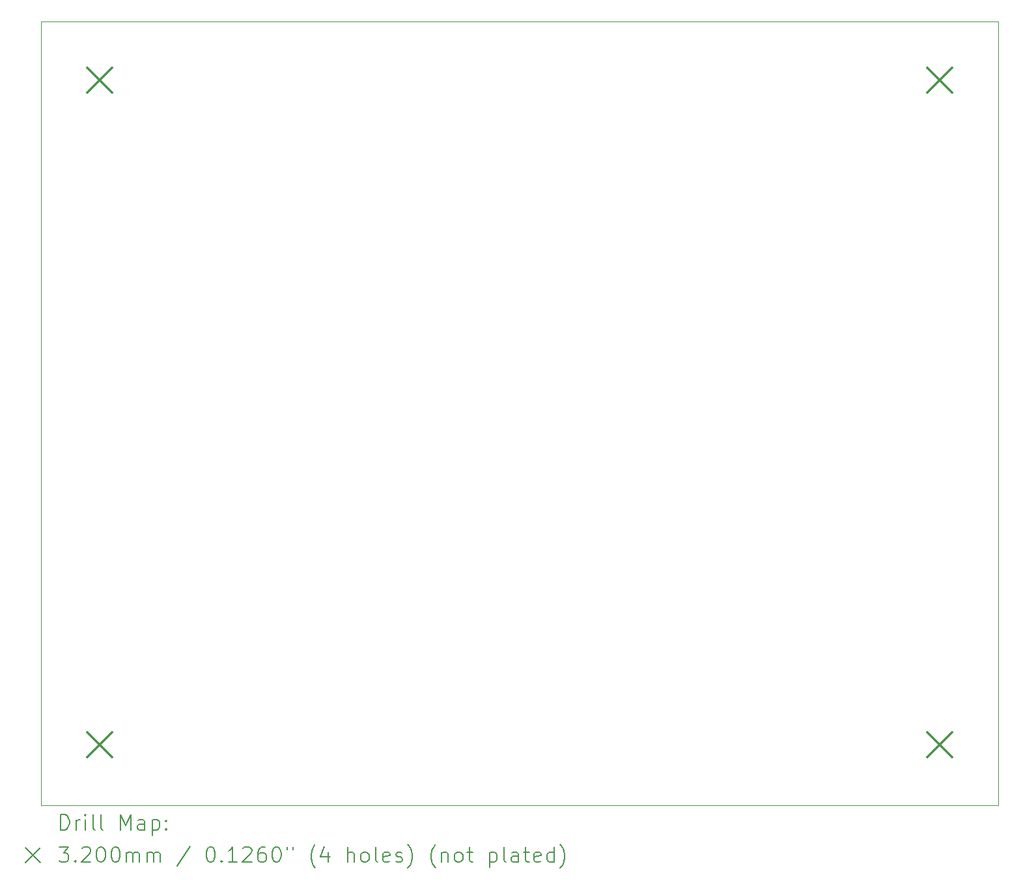
<source format=gbr>
%TF.GenerationSoftware,KiCad,Pcbnew,7.0.10*%
%TF.CreationDate,2024-01-17T15:02:14-08:00*%
%TF.ProjectId,P1.2,50312e32-2e6b-4696-9361-645f70636258,rev?*%
%TF.SameCoordinates,Original*%
%TF.FileFunction,Drillmap*%
%TF.FilePolarity,Positive*%
%FSLAX45Y45*%
G04 Gerber Fmt 4.5, Leading zero omitted, Abs format (unit mm)*
G04 Created by KiCad (PCBNEW 7.0.10) date 2024-01-17 15:02:14*
%MOMM*%
%LPD*%
G01*
G04 APERTURE LIST*
%ADD10C,0.100000*%
%ADD11C,0.200000*%
%ADD12C,0.320000*%
G04 APERTURE END LIST*
D10*
X7620000Y-5080000D02*
X20066000Y-5080000D01*
X20066000Y-15265400D01*
X7620000Y-15265400D01*
X7620000Y-5080000D01*
D11*
D12*
X8222000Y-5682000D02*
X8542000Y-6002000D01*
X8542000Y-5682000D02*
X8222000Y-6002000D01*
X8222000Y-14318000D02*
X8542000Y-14638000D01*
X8542000Y-14318000D02*
X8222000Y-14638000D01*
X19144000Y-5682000D02*
X19464000Y-6002000D01*
X19464000Y-5682000D02*
X19144000Y-6002000D01*
X19144000Y-14318000D02*
X19464000Y-14638000D01*
X19464000Y-14318000D02*
X19144000Y-14638000D01*
D11*
X7875777Y-15581884D02*
X7875777Y-15381884D01*
X7875777Y-15381884D02*
X7923396Y-15381884D01*
X7923396Y-15381884D02*
X7951967Y-15391408D01*
X7951967Y-15391408D02*
X7971015Y-15410455D01*
X7971015Y-15410455D02*
X7980539Y-15429503D01*
X7980539Y-15429503D02*
X7990062Y-15467598D01*
X7990062Y-15467598D02*
X7990062Y-15496169D01*
X7990062Y-15496169D02*
X7980539Y-15534265D01*
X7980539Y-15534265D02*
X7971015Y-15553312D01*
X7971015Y-15553312D02*
X7951967Y-15572360D01*
X7951967Y-15572360D02*
X7923396Y-15581884D01*
X7923396Y-15581884D02*
X7875777Y-15581884D01*
X8075777Y-15581884D02*
X8075777Y-15448550D01*
X8075777Y-15486646D02*
X8085301Y-15467598D01*
X8085301Y-15467598D02*
X8094824Y-15458074D01*
X8094824Y-15458074D02*
X8113872Y-15448550D01*
X8113872Y-15448550D02*
X8132920Y-15448550D01*
X8199586Y-15581884D02*
X8199586Y-15448550D01*
X8199586Y-15381884D02*
X8190062Y-15391408D01*
X8190062Y-15391408D02*
X8199586Y-15400931D01*
X8199586Y-15400931D02*
X8209110Y-15391408D01*
X8209110Y-15391408D02*
X8199586Y-15381884D01*
X8199586Y-15381884D02*
X8199586Y-15400931D01*
X8323396Y-15581884D02*
X8304348Y-15572360D01*
X8304348Y-15572360D02*
X8294824Y-15553312D01*
X8294824Y-15553312D02*
X8294824Y-15381884D01*
X8428158Y-15581884D02*
X8409110Y-15572360D01*
X8409110Y-15572360D02*
X8399586Y-15553312D01*
X8399586Y-15553312D02*
X8399586Y-15381884D01*
X8656729Y-15581884D02*
X8656729Y-15381884D01*
X8656729Y-15381884D02*
X8723396Y-15524741D01*
X8723396Y-15524741D02*
X8790063Y-15381884D01*
X8790063Y-15381884D02*
X8790063Y-15581884D01*
X8971015Y-15581884D02*
X8971015Y-15477122D01*
X8971015Y-15477122D02*
X8961491Y-15458074D01*
X8961491Y-15458074D02*
X8942444Y-15448550D01*
X8942444Y-15448550D02*
X8904348Y-15448550D01*
X8904348Y-15448550D02*
X8885301Y-15458074D01*
X8971015Y-15572360D02*
X8951967Y-15581884D01*
X8951967Y-15581884D02*
X8904348Y-15581884D01*
X8904348Y-15581884D02*
X8885301Y-15572360D01*
X8885301Y-15572360D02*
X8875777Y-15553312D01*
X8875777Y-15553312D02*
X8875777Y-15534265D01*
X8875777Y-15534265D02*
X8885301Y-15515217D01*
X8885301Y-15515217D02*
X8904348Y-15505693D01*
X8904348Y-15505693D02*
X8951967Y-15505693D01*
X8951967Y-15505693D02*
X8971015Y-15496169D01*
X9066253Y-15448550D02*
X9066253Y-15648550D01*
X9066253Y-15458074D02*
X9085301Y-15448550D01*
X9085301Y-15448550D02*
X9123396Y-15448550D01*
X9123396Y-15448550D02*
X9142444Y-15458074D01*
X9142444Y-15458074D02*
X9151967Y-15467598D01*
X9151967Y-15467598D02*
X9161491Y-15486646D01*
X9161491Y-15486646D02*
X9161491Y-15543788D01*
X9161491Y-15543788D02*
X9151967Y-15562836D01*
X9151967Y-15562836D02*
X9142444Y-15572360D01*
X9142444Y-15572360D02*
X9123396Y-15581884D01*
X9123396Y-15581884D02*
X9085301Y-15581884D01*
X9085301Y-15581884D02*
X9066253Y-15572360D01*
X9247205Y-15562836D02*
X9256729Y-15572360D01*
X9256729Y-15572360D02*
X9247205Y-15581884D01*
X9247205Y-15581884D02*
X9237682Y-15572360D01*
X9237682Y-15572360D02*
X9247205Y-15562836D01*
X9247205Y-15562836D02*
X9247205Y-15581884D01*
X9247205Y-15458074D02*
X9256729Y-15467598D01*
X9256729Y-15467598D02*
X9247205Y-15477122D01*
X9247205Y-15477122D02*
X9237682Y-15467598D01*
X9237682Y-15467598D02*
X9247205Y-15458074D01*
X9247205Y-15458074D02*
X9247205Y-15477122D01*
X7415000Y-15810400D02*
X7615000Y-16010400D01*
X7615000Y-15810400D02*
X7415000Y-16010400D01*
X7856729Y-15801884D02*
X7980539Y-15801884D01*
X7980539Y-15801884D02*
X7913872Y-15878074D01*
X7913872Y-15878074D02*
X7942443Y-15878074D01*
X7942443Y-15878074D02*
X7961491Y-15887598D01*
X7961491Y-15887598D02*
X7971015Y-15897122D01*
X7971015Y-15897122D02*
X7980539Y-15916169D01*
X7980539Y-15916169D02*
X7980539Y-15963788D01*
X7980539Y-15963788D02*
X7971015Y-15982836D01*
X7971015Y-15982836D02*
X7961491Y-15992360D01*
X7961491Y-15992360D02*
X7942443Y-16001884D01*
X7942443Y-16001884D02*
X7885301Y-16001884D01*
X7885301Y-16001884D02*
X7866253Y-15992360D01*
X7866253Y-15992360D02*
X7856729Y-15982836D01*
X8066253Y-15982836D02*
X8075777Y-15992360D01*
X8075777Y-15992360D02*
X8066253Y-16001884D01*
X8066253Y-16001884D02*
X8056729Y-15992360D01*
X8056729Y-15992360D02*
X8066253Y-15982836D01*
X8066253Y-15982836D02*
X8066253Y-16001884D01*
X8151967Y-15820931D02*
X8161491Y-15811408D01*
X8161491Y-15811408D02*
X8180539Y-15801884D01*
X8180539Y-15801884D02*
X8228158Y-15801884D01*
X8228158Y-15801884D02*
X8247205Y-15811408D01*
X8247205Y-15811408D02*
X8256729Y-15820931D01*
X8256729Y-15820931D02*
X8266253Y-15839979D01*
X8266253Y-15839979D02*
X8266253Y-15859027D01*
X8266253Y-15859027D02*
X8256729Y-15887598D01*
X8256729Y-15887598D02*
X8142443Y-16001884D01*
X8142443Y-16001884D02*
X8266253Y-16001884D01*
X8390063Y-15801884D02*
X8409110Y-15801884D01*
X8409110Y-15801884D02*
X8428158Y-15811408D01*
X8428158Y-15811408D02*
X8437682Y-15820931D01*
X8437682Y-15820931D02*
X8447205Y-15839979D01*
X8447205Y-15839979D02*
X8456729Y-15878074D01*
X8456729Y-15878074D02*
X8456729Y-15925693D01*
X8456729Y-15925693D02*
X8447205Y-15963788D01*
X8447205Y-15963788D02*
X8437682Y-15982836D01*
X8437682Y-15982836D02*
X8428158Y-15992360D01*
X8428158Y-15992360D02*
X8409110Y-16001884D01*
X8409110Y-16001884D02*
X8390063Y-16001884D01*
X8390063Y-16001884D02*
X8371015Y-15992360D01*
X8371015Y-15992360D02*
X8361491Y-15982836D01*
X8361491Y-15982836D02*
X8351967Y-15963788D01*
X8351967Y-15963788D02*
X8342443Y-15925693D01*
X8342443Y-15925693D02*
X8342443Y-15878074D01*
X8342443Y-15878074D02*
X8351967Y-15839979D01*
X8351967Y-15839979D02*
X8361491Y-15820931D01*
X8361491Y-15820931D02*
X8371015Y-15811408D01*
X8371015Y-15811408D02*
X8390063Y-15801884D01*
X8580539Y-15801884D02*
X8599586Y-15801884D01*
X8599586Y-15801884D02*
X8618634Y-15811408D01*
X8618634Y-15811408D02*
X8628158Y-15820931D01*
X8628158Y-15820931D02*
X8637682Y-15839979D01*
X8637682Y-15839979D02*
X8647205Y-15878074D01*
X8647205Y-15878074D02*
X8647205Y-15925693D01*
X8647205Y-15925693D02*
X8637682Y-15963788D01*
X8637682Y-15963788D02*
X8628158Y-15982836D01*
X8628158Y-15982836D02*
X8618634Y-15992360D01*
X8618634Y-15992360D02*
X8599586Y-16001884D01*
X8599586Y-16001884D02*
X8580539Y-16001884D01*
X8580539Y-16001884D02*
X8561491Y-15992360D01*
X8561491Y-15992360D02*
X8551967Y-15982836D01*
X8551967Y-15982836D02*
X8542444Y-15963788D01*
X8542444Y-15963788D02*
X8532920Y-15925693D01*
X8532920Y-15925693D02*
X8532920Y-15878074D01*
X8532920Y-15878074D02*
X8542444Y-15839979D01*
X8542444Y-15839979D02*
X8551967Y-15820931D01*
X8551967Y-15820931D02*
X8561491Y-15811408D01*
X8561491Y-15811408D02*
X8580539Y-15801884D01*
X8732920Y-16001884D02*
X8732920Y-15868550D01*
X8732920Y-15887598D02*
X8742444Y-15878074D01*
X8742444Y-15878074D02*
X8761491Y-15868550D01*
X8761491Y-15868550D02*
X8790063Y-15868550D01*
X8790063Y-15868550D02*
X8809110Y-15878074D01*
X8809110Y-15878074D02*
X8818634Y-15897122D01*
X8818634Y-15897122D02*
X8818634Y-16001884D01*
X8818634Y-15897122D02*
X8828158Y-15878074D01*
X8828158Y-15878074D02*
X8847205Y-15868550D01*
X8847205Y-15868550D02*
X8875777Y-15868550D01*
X8875777Y-15868550D02*
X8894825Y-15878074D01*
X8894825Y-15878074D02*
X8904348Y-15897122D01*
X8904348Y-15897122D02*
X8904348Y-16001884D01*
X8999586Y-16001884D02*
X8999586Y-15868550D01*
X8999586Y-15887598D02*
X9009110Y-15878074D01*
X9009110Y-15878074D02*
X9028158Y-15868550D01*
X9028158Y-15868550D02*
X9056729Y-15868550D01*
X9056729Y-15868550D02*
X9075777Y-15878074D01*
X9075777Y-15878074D02*
X9085301Y-15897122D01*
X9085301Y-15897122D02*
X9085301Y-16001884D01*
X9085301Y-15897122D02*
X9094825Y-15878074D01*
X9094825Y-15878074D02*
X9113872Y-15868550D01*
X9113872Y-15868550D02*
X9142444Y-15868550D01*
X9142444Y-15868550D02*
X9161491Y-15878074D01*
X9161491Y-15878074D02*
X9171015Y-15897122D01*
X9171015Y-15897122D02*
X9171015Y-16001884D01*
X9561491Y-15792360D02*
X9390063Y-16049503D01*
X9818634Y-15801884D02*
X9837682Y-15801884D01*
X9837682Y-15801884D02*
X9856729Y-15811408D01*
X9856729Y-15811408D02*
X9866253Y-15820931D01*
X9866253Y-15820931D02*
X9875777Y-15839979D01*
X9875777Y-15839979D02*
X9885301Y-15878074D01*
X9885301Y-15878074D02*
X9885301Y-15925693D01*
X9885301Y-15925693D02*
X9875777Y-15963788D01*
X9875777Y-15963788D02*
X9866253Y-15982836D01*
X9866253Y-15982836D02*
X9856729Y-15992360D01*
X9856729Y-15992360D02*
X9837682Y-16001884D01*
X9837682Y-16001884D02*
X9818634Y-16001884D01*
X9818634Y-16001884D02*
X9799587Y-15992360D01*
X9799587Y-15992360D02*
X9790063Y-15982836D01*
X9790063Y-15982836D02*
X9780539Y-15963788D01*
X9780539Y-15963788D02*
X9771015Y-15925693D01*
X9771015Y-15925693D02*
X9771015Y-15878074D01*
X9771015Y-15878074D02*
X9780539Y-15839979D01*
X9780539Y-15839979D02*
X9790063Y-15820931D01*
X9790063Y-15820931D02*
X9799587Y-15811408D01*
X9799587Y-15811408D02*
X9818634Y-15801884D01*
X9971015Y-15982836D02*
X9980539Y-15992360D01*
X9980539Y-15992360D02*
X9971015Y-16001884D01*
X9971015Y-16001884D02*
X9961491Y-15992360D01*
X9961491Y-15992360D02*
X9971015Y-15982836D01*
X9971015Y-15982836D02*
X9971015Y-16001884D01*
X10171015Y-16001884D02*
X10056729Y-16001884D01*
X10113872Y-16001884D02*
X10113872Y-15801884D01*
X10113872Y-15801884D02*
X10094825Y-15830455D01*
X10094825Y-15830455D02*
X10075777Y-15849503D01*
X10075777Y-15849503D02*
X10056729Y-15859027D01*
X10247206Y-15820931D02*
X10256729Y-15811408D01*
X10256729Y-15811408D02*
X10275777Y-15801884D01*
X10275777Y-15801884D02*
X10323396Y-15801884D01*
X10323396Y-15801884D02*
X10342444Y-15811408D01*
X10342444Y-15811408D02*
X10351968Y-15820931D01*
X10351968Y-15820931D02*
X10361491Y-15839979D01*
X10361491Y-15839979D02*
X10361491Y-15859027D01*
X10361491Y-15859027D02*
X10351968Y-15887598D01*
X10351968Y-15887598D02*
X10237682Y-16001884D01*
X10237682Y-16001884D02*
X10361491Y-16001884D01*
X10532920Y-15801884D02*
X10494825Y-15801884D01*
X10494825Y-15801884D02*
X10475777Y-15811408D01*
X10475777Y-15811408D02*
X10466253Y-15820931D01*
X10466253Y-15820931D02*
X10447206Y-15849503D01*
X10447206Y-15849503D02*
X10437682Y-15887598D01*
X10437682Y-15887598D02*
X10437682Y-15963788D01*
X10437682Y-15963788D02*
X10447206Y-15982836D01*
X10447206Y-15982836D02*
X10456729Y-15992360D01*
X10456729Y-15992360D02*
X10475777Y-16001884D01*
X10475777Y-16001884D02*
X10513872Y-16001884D01*
X10513872Y-16001884D02*
X10532920Y-15992360D01*
X10532920Y-15992360D02*
X10542444Y-15982836D01*
X10542444Y-15982836D02*
X10551968Y-15963788D01*
X10551968Y-15963788D02*
X10551968Y-15916169D01*
X10551968Y-15916169D02*
X10542444Y-15897122D01*
X10542444Y-15897122D02*
X10532920Y-15887598D01*
X10532920Y-15887598D02*
X10513872Y-15878074D01*
X10513872Y-15878074D02*
X10475777Y-15878074D01*
X10475777Y-15878074D02*
X10456729Y-15887598D01*
X10456729Y-15887598D02*
X10447206Y-15897122D01*
X10447206Y-15897122D02*
X10437682Y-15916169D01*
X10675777Y-15801884D02*
X10694825Y-15801884D01*
X10694825Y-15801884D02*
X10713872Y-15811408D01*
X10713872Y-15811408D02*
X10723396Y-15820931D01*
X10723396Y-15820931D02*
X10732920Y-15839979D01*
X10732920Y-15839979D02*
X10742444Y-15878074D01*
X10742444Y-15878074D02*
X10742444Y-15925693D01*
X10742444Y-15925693D02*
X10732920Y-15963788D01*
X10732920Y-15963788D02*
X10723396Y-15982836D01*
X10723396Y-15982836D02*
X10713872Y-15992360D01*
X10713872Y-15992360D02*
X10694825Y-16001884D01*
X10694825Y-16001884D02*
X10675777Y-16001884D01*
X10675777Y-16001884D02*
X10656729Y-15992360D01*
X10656729Y-15992360D02*
X10647206Y-15982836D01*
X10647206Y-15982836D02*
X10637682Y-15963788D01*
X10637682Y-15963788D02*
X10628158Y-15925693D01*
X10628158Y-15925693D02*
X10628158Y-15878074D01*
X10628158Y-15878074D02*
X10637682Y-15839979D01*
X10637682Y-15839979D02*
X10647206Y-15820931D01*
X10647206Y-15820931D02*
X10656729Y-15811408D01*
X10656729Y-15811408D02*
X10675777Y-15801884D01*
X10818634Y-15801884D02*
X10818634Y-15839979D01*
X10894825Y-15801884D02*
X10894825Y-15839979D01*
X11190063Y-16078074D02*
X11180539Y-16068550D01*
X11180539Y-16068550D02*
X11161491Y-16039979D01*
X11161491Y-16039979D02*
X11151968Y-16020931D01*
X11151968Y-16020931D02*
X11142444Y-15992360D01*
X11142444Y-15992360D02*
X11132920Y-15944741D01*
X11132920Y-15944741D02*
X11132920Y-15906646D01*
X11132920Y-15906646D02*
X11142444Y-15859027D01*
X11142444Y-15859027D02*
X11151968Y-15830455D01*
X11151968Y-15830455D02*
X11161491Y-15811408D01*
X11161491Y-15811408D02*
X11180539Y-15782836D01*
X11180539Y-15782836D02*
X11190063Y-15773312D01*
X11351968Y-15868550D02*
X11351968Y-16001884D01*
X11304348Y-15792360D02*
X11256729Y-15935217D01*
X11256729Y-15935217D02*
X11380539Y-15935217D01*
X11609110Y-16001884D02*
X11609110Y-15801884D01*
X11694825Y-16001884D02*
X11694825Y-15897122D01*
X11694825Y-15897122D02*
X11685301Y-15878074D01*
X11685301Y-15878074D02*
X11666253Y-15868550D01*
X11666253Y-15868550D02*
X11637682Y-15868550D01*
X11637682Y-15868550D02*
X11618634Y-15878074D01*
X11618634Y-15878074D02*
X11609110Y-15887598D01*
X11818634Y-16001884D02*
X11799587Y-15992360D01*
X11799587Y-15992360D02*
X11790063Y-15982836D01*
X11790063Y-15982836D02*
X11780539Y-15963788D01*
X11780539Y-15963788D02*
X11780539Y-15906646D01*
X11780539Y-15906646D02*
X11790063Y-15887598D01*
X11790063Y-15887598D02*
X11799587Y-15878074D01*
X11799587Y-15878074D02*
X11818634Y-15868550D01*
X11818634Y-15868550D02*
X11847206Y-15868550D01*
X11847206Y-15868550D02*
X11866253Y-15878074D01*
X11866253Y-15878074D02*
X11875777Y-15887598D01*
X11875777Y-15887598D02*
X11885301Y-15906646D01*
X11885301Y-15906646D02*
X11885301Y-15963788D01*
X11885301Y-15963788D02*
X11875777Y-15982836D01*
X11875777Y-15982836D02*
X11866253Y-15992360D01*
X11866253Y-15992360D02*
X11847206Y-16001884D01*
X11847206Y-16001884D02*
X11818634Y-16001884D01*
X11999587Y-16001884D02*
X11980539Y-15992360D01*
X11980539Y-15992360D02*
X11971015Y-15973312D01*
X11971015Y-15973312D02*
X11971015Y-15801884D01*
X12151968Y-15992360D02*
X12132920Y-16001884D01*
X12132920Y-16001884D02*
X12094825Y-16001884D01*
X12094825Y-16001884D02*
X12075777Y-15992360D01*
X12075777Y-15992360D02*
X12066253Y-15973312D01*
X12066253Y-15973312D02*
X12066253Y-15897122D01*
X12066253Y-15897122D02*
X12075777Y-15878074D01*
X12075777Y-15878074D02*
X12094825Y-15868550D01*
X12094825Y-15868550D02*
X12132920Y-15868550D01*
X12132920Y-15868550D02*
X12151968Y-15878074D01*
X12151968Y-15878074D02*
X12161491Y-15897122D01*
X12161491Y-15897122D02*
X12161491Y-15916169D01*
X12161491Y-15916169D02*
X12066253Y-15935217D01*
X12237682Y-15992360D02*
X12256730Y-16001884D01*
X12256730Y-16001884D02*
X12294825Y-16001884D01*
X12294825Y-16001884D02*
X12313872Y-15992360D01*
X12313872Y-15992360D02*
X12323396Y-15973312D01*
X12323396Y-15973312D02*
X12323396Y-15963788D01*
X12323396Y-15963788D02*
X12313872Y-15944741D01*
X12313872Y-15944741D02*
X12294825Y-15935217D01*
X12294825Y-15935217D02*
X12266253Y-15935217D01*
X12266253Y-15935217D02*
X12247206Y-15925693D01*
X12247206Y-15925693D02*
X12237682Y-15906646D01*
X12237682Y-15906646D02*
X12237682Y-15897122D01*
X12237682Y-15897122D02*
X12247206Y-15878074D01*
X12247206Y-15878074D02*
X12266253Y-15868550D01*
X12266253Y-15868550D02*
X12294825Y-15868550D01*
X12294825Y-15868550D02*
X12313872Y-15878074D01*
X12390063Y-16078074D02*
X12399587Y-16068550D01*
X12399587Y-16068550D02*
X12418634Y-16039979D01*
X12418634Y-16039979D02*
X12428158Y-16020931D01*
X12428158Y-16020931D02*
X12437682Y-15992360D01*
X12437682Y-15992360D02*
X12447206Y-15944741D01*
X12447206Y-15944741D02*
X12447206Y-15906646D01*
X12447206Y-15906646D02*
X12437682Y-15859027D01*
X12437682Y-15859027D02*
X12428158Y-15830455D01*
X12428158Y-15830455D02*
X12418634Y-15811408D01*
X12418634Y-15811408D02*
X12399587Y-15782836D01*
X12399587Y-15782836D02*
X12390063Y-15773312D01*
X12751968Y-16078074D02*
X12742444Y-16068550D01*
X12742444Y-16068550D02*
X12723396Y-16039979D01*
X12723396Y-16039979D02*
X12713872Y-16020931D01*
X12713872Y-16020931D02*
X12704349Y-15992360D01*
X12704349Y-15992360D02*
X12694825Y-15944741D01*
X12694825Y-15944741D02*
X12694825Y-15906646D01*
X12694825Y-15906646D02*
X12704349Y-15859027D01*
X12704349Y-15859027D02*
X12713872Y-15830455D01*
X12713872Y-15830455D02*
X12723396Y-15811408D01*
X12723396Y-15811408D02*
X12742444Y-15782836D01*
X12742444Y-15782836D02*
X12751968Y-15773312D01*
X12828158Y-15868550D02*
X12828158Y-16001884D01*
X12828158Y-15887598D02*
X12837682Y-15878074D01*
X12837682Y-15878074D02*
X12856730Y-15868550D01*
X12856730Y-15868550D02*
X12885301Y-15868550D01*
X12885301Y-15868550D02*
X12904349Y-15878074D01*
X12904349Y-15878074D02*
X12913872Y-15897122D01*
X12913872Y-15897122D02*
X12913872Y-16001884D01*
X13037682Y-16001884D02*
X13018634Y-15992360D01*
X13018634Y-15992360D02*
X13009111Y-15982836D01*
X13009111Y-15982836D02*
X12999587Y-15963788D01*
X12999587Y-15963788D02*
X12999587Y-15906646D01*
X12999587Y-15906646D02*
X13009111Y-15887598D01*
X13009111Y-15887598D02*
X13018634Y-15878074D01*
X13018634Y-15878074D02*
X13037682Y-15868550D01*
X13037682Y-15868550D02*
X13066253Y-15868550D01*
X13066253Y-15868550D02*
X13085301Y-15878074D01*
X13085301Y-15878074D02*
X13094825Y-15887598D01*
X13094825Y-15887598D02*
X13104349Y-15906646D01*
X13104349Y-15906646D02*
X13104349Y-15963788D01*
X13104349Y-15963788D02*
X13094825Y-15982836D01*
X13094825Y-15982836D02*
X13085301Y-15992360D01*
X13085301Y-15992360D02*
X13066253Y-16001884D01*
X13066253Y-16001884D02*
X13037682Y-16001884D01*
X13161492Y-15868550D02*
X13237682Y-15868550D01*
X13190063Y-15801884D02*
X13190063Y-15973312D01*
X13190063Y-15973312D02*
X13199587Y-15992360D01*
X13199587Y-15992360D02*
X13218634Y-16001884D01*
X13218634Y-16001884D02*
X13237682Y-16001884D01*
X13456730Y-15868550D02*
X13456730Y-16068550D01*
X13456730Y-15878074D02*
X13475777Y-15868550D01*
X13475777Y-15868550D02*
X13513873Y-15868550D01*
X13513873Y-15868550D02*
X13532920Y-15878074D01*
X13532920Y-15878074D02*
X13542444Y-15887598D01*
X13542444Y-15887598D02*
X13551968Y-15906646D01*
X13551968Y-15906646D02*
X13551968Y-15963788D01*
X13551968Y-15963788D02*
X13542444Y-15982836D01*
X13542444Y-15982836D02*
X13532920Y-15992360D01*
X13532920Y-15992360D02*
X13513873Y-16001884D01*
X13513873Y-16001884D02*
X13475777Y-16001884D01*
X13475777Y-16001884D02*
X13456730Y-15992360D01*
X13666253Y-16001884D02*
X13647206Y-15992360D01*
X13647206Y-15992360D02*
X13637682Y-15973312D01*
X13637682Y-15973312D02*
X13637682Y-15801884D01*
X13828158Y-16001884D02*
X13828158Y-15897122D01*
X13828158Y-15897122D02*
X13818634Y-15878074D01*
X13818634Y-15878074D02*
X13799587Y-15868550D01*
X13799587Y-15868550D02*
X13761492Y-15868550D01*
X13761492Y-15868550D02*
X13742444Y-15878074D01*
X13828158Y-15992360D02*
X13809111Y-16001884D01*
X13809111Y-16001884D02*
X13761492Y-16001884D01*
X13761492Y-16001884D02*
X13742444Y-15992360D01*
X13742444Y-15992360D02*
X13732920Y-15973312D01*
X13732920Y-15973312D02*
X13732920Y-15954265D01*
X13732920Y-15954265D02*
X13742444Y-15935217D01*
X13742444Y-15935217D02*
X13761492Y-15925693D01*
X13761492Y-15925693D02*
X13809111Y-15925693D01*
X13809111Y-15925693D02*
X13828158Y-15916169D01*
X13894825Y-15868550D02*
X13971015Y-15868550D01*
X13923396Y-15801884D02*
X13923396Y-15973312D01*
X13923396Y-15973312D02*
X13932920Y-15992360D01*
X13932920Y-15992360D02*
X13951968Y-16001884D01*
X13951968Y-16001884D02*
X13971015Y-16001884D01*
X14113873Y-15992360D02*
X14094825Y-16001884D01*
X14094825Y-16001884D02*
X14056730Y-16001884D01*
X14056730Y-16001884D02*
X14037682Y-15992360D01*
X14037682Y-15992360D02*
X14028158Y-15973312D01*
X14028158Y-15973312D02*
X14028158Y-15897122D01*
X14028158Y-15897122D02*
X14037682Y-15878074D01*
X14037682Y-15878074D02*
X14056730Y-15868550D01*
X14056730Y-15868550D02*
X14094825Y-15868550D01*
X14094825Y-15868550D02*
X14113873Y-15878074D01*
X14113873Y-15878074D02*
X14123396Y-15897122D01*
X14123396Y-15897122D02*
X14123396Y-15916169D01*
X14123396Y-15916169D02*
X14028158Y-15935217D01*
X14294825Y-16001884D02*
X14294825Y-15801884D01*
X14294825Y-15992360D02*
X14275777Y-16001884D01*
X14275777Y-16001884D02*
X14237682Y-16001884D01*
X14237682Y-16001884D02*
X14218634Y-15992360D01*
X14218634Y-15992360D02*
X14209111Y-15982836D01*
X14209111Y-15982836D02*
X14199587Y-15963788D01*
X14199587Y-15963788D02*
X14199587Y-15906646D01*
X14199587Y-15906646D02*
X14209111Y-15887598D01*
X14209111Y-15887598D02*
X14218634Y-15878074D01*
X14218634Y-15878074D02*
X14237682Y-15868550D01*
X14237682Y-15868550D02*
X14275777Y-15868550D01*
X14275777Y-15868550D02*
X14294825Y-15878074D01*
X14371015Y-16078074D02*
X14380539Y-16068550D01*
X14380539Y-16068550D02*
X14399587Y-16039979D01*
X14399587Y-16039979D02*
X14409111Y-16020931D01*
X14409111Y-16020931D02*
X14418634Y-15992360D01*
X14418634Y-15992360D02*
X14428158Y-15944741D01*
X14428158Y-15944741D02*
X14428158Y-15906646D01*
X14428158Y-15906646D02*
X14418634Y-15859027D01*
X14418634Y-15859027D02*
X14409111Y-15830455D01*
X14409111Y-15830455D02*
X14399587Y-15811408D01*
X14399587Y-15811408D02*
X14380539Y-15782836D01*
X14380539Y-15782836D02*
X14371015Y-15773312D01*
M02*

</source>
